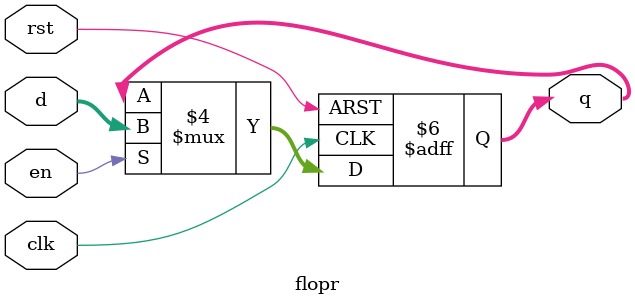
<source format=v>
module flopr(clk, rst, en, d, q);
  parameter N = 8;
  
  // define inputs and outputs
  input clk, rst, en;
  input[N-1:0] d;
  output[N-1:0] q;
  
  // sequential output
  reg[N-1:0] q;
  
  always @(posedge clk or posedge rst) 
    begin
      if (rst == 1'b1)
        q <= 0;
      else if (en == 1'b1)
        q <= d;
    end
endmodule
</source>
